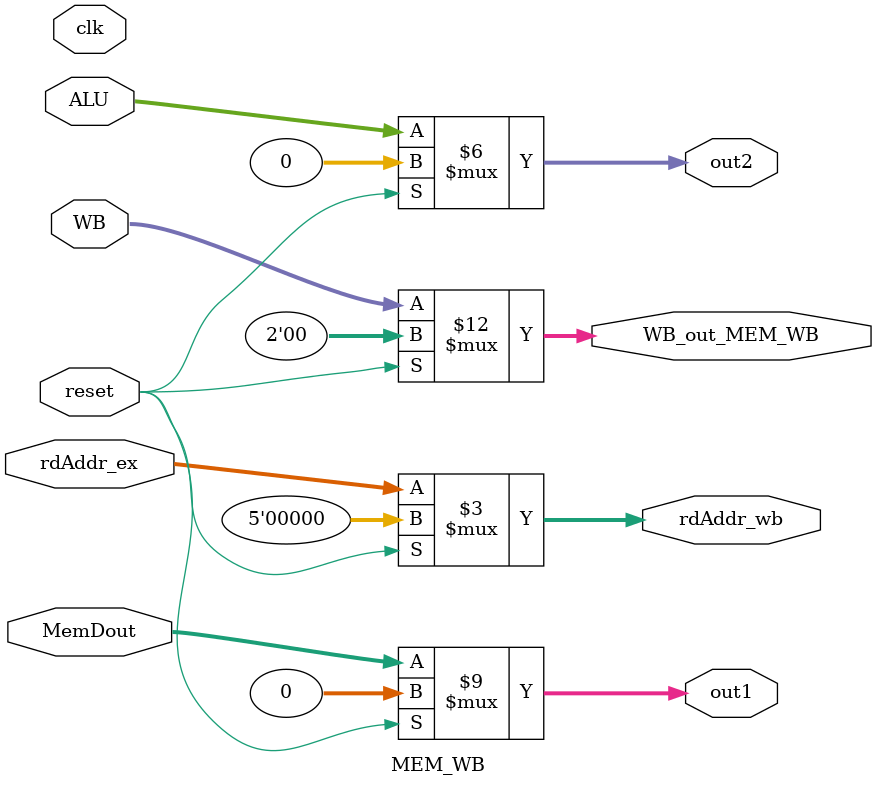
<source format=v>
module MEM_WB(WB, MemDout, ALU, rdAddr_ex, WB_out_MEM_WB, out1, out2, rdAddr_wb, reset, clk);
    input clk, reset;
    input [1:0] WB;
    input [31:0] MemDout, ALU;
    input [4:0] rdAddr_ex;

    output reg [1:0] WB_out_MEM_WB;
    output reg [31:0] out1, out2;
    output reg [4:0]rdAddr_wb;

    always@(clk) begin
        if (reset) begin
            WB_out_MEM_WB = 0;
            out1 = 0;
            out2 = 0;
            rdAddr_wb = 0;
        end
        else begin
            WB_out_MEM_WB = WB;
            out1 = MemDout;
            out2 = ALU;
            rdAddr_wb = rdAddr_ex;
        end
    end
endmodule 
</source>
